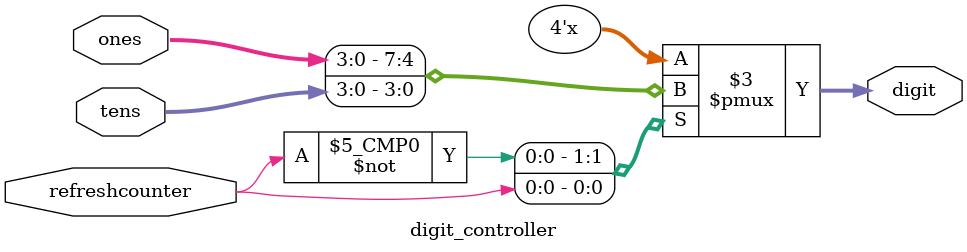
<source format=v>
`timescale 1ns / 1ps


module digit_controller(
                            input refreshcounter,
                            input [3:0] ones, tens,
                            output reg [3:0] digit                         
                        );
                    
                    initial 
                        digit = 0;
                        
        always@(refreshcounter)
            begin
                case(refreshcounter)
                    1'b0: digit = ones;
                    1'b1: digit = tens;
                endcase       
            end                                           
endmodule

</source>
